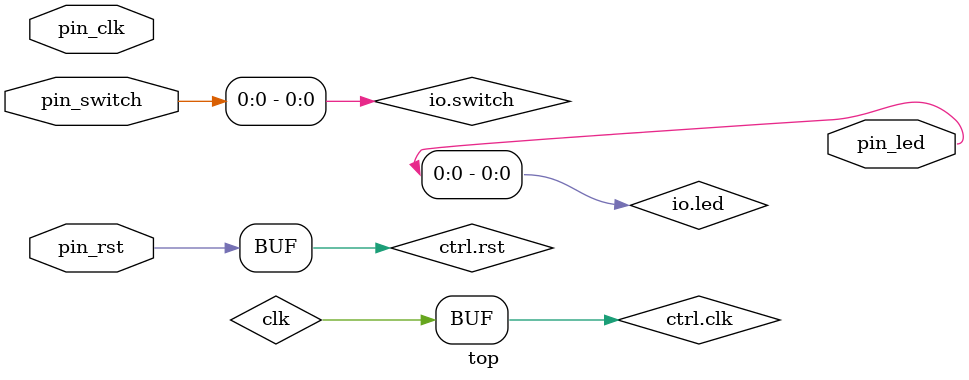
<source format=sv>
module top(
  input  logic       pin_clk,
  input  logic       pin_rst,
  input  logic [3:0] pin_switch,
  output logic [3:0] pin_led
  );
  
  logic clk;
  
  prescaler #(.RATIO(100_000_000)) prescaler(
    .clk_in(pin_clk),
    .clk_out(clk)
  );
  
  // Rg[oXÝè
  ctrl_bus_if ctrl();
  assign ctrl.clk = clk;
  assign ctrl.rst = pin_rst;
  
  // IOoXÝè
  io_bus_if io();
  assign io.switch = pin_switch;
  assign io.led = pin_led;
  
  mother_board mother_board(
    .ctrl,
    .io
  );
    
endmodule
</source>
